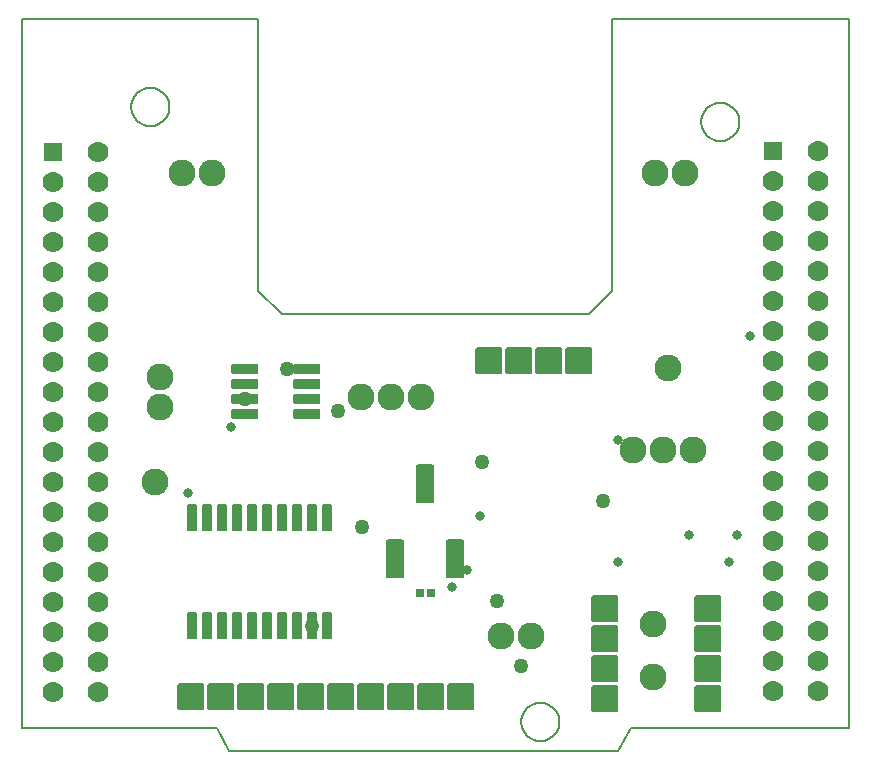
<source format=gbr>
G04 PROTEUS GERBER X2 FILE*
%TF.GenerationSoftware,Labcenter,Proteus,8.12-SP2-Build31155*%
%TF.CreationDate,2024-11-30T19:26:21+00:00*%
%TF.FileFunction,Soldermask,Top*%
%TF.FilePolarity,Negative*%
%TF.Part,Single*%
%TF.SameCoordinates,{e6e8286e-83a0-46e7-8d5c-4e76f455a4ca}*%
%FSLAX45Y45*%
%MOMM*%
G01*
%TA.AperFunction,Material*%
%ADD26C,1.270000*%
%ADD27C,0.812800*%
%AMPPAD020*
4,1,36,
0.762000,-0.635000,
0.762000,0.635000,
0.759470,0.660970,
0.752200,0.684980,
0.740650,0.706580,
0.725290,0.725290,
0.706570,0.740650,
0.684980,0.752200,
0.660970,0.759470,
0.635000,0.762000,
-0.635000,0.762000,
-0.660970,0.759470,
-0.684980,0.752200,
-0.706570,0.740650,
-0.725290,0.725290,
-0.740650,0.706580,
-0.752200,0.684980,
-0.759470,0.660970,
-0.762000,0.635000,
-0.762000,-0.635000,
-0.759470,-0.660970,
-0.752200,-0.684980,
-0.740650,-0.706580,
-0.725290,-0.725290,
-0.706570,-0.740650,
-0.684980,-0.752200,
-0.660970,-0.759470,
-0.635000,-0.762000,
0.635000,-0.762000,
0.660970,-0.759470,
0.684980,-0.752200,
0.706570,-0.740650,
0.725290,-0.725290,
0.740650,-0.706580,
0.752200,-0.684980,
0.759470,-0.660970,
0.762000,-0.635000,
0*%
%TA.AperFunction,Material*%
%ADD28PPAD020*%
%ADD29C,1.778000*%
%AMPPAD022*
4,1,36,
1.016000,-1.143000,
-1.016000,-1.143000,
-1.041970,-1.140470,
-1.065980,-1.133200,
-1.087580,-1.121650,
-1.106290,-1.106290,
-1.121650,-1.087570,
-1.133200,-1.065980,
-1.140470,-1.041970,
-1.143000,-1.016000,
-1.143000,1.016000,
-1.140470,1.041970,
-1.133200,1.065980,
-1.121650,1.087570,
-1.106290,1.106290,
-1.087580,1.121650,
-1.065980,1.133200,
-1.041970,1.140470,
-1.016000,1.143000,
1.016000,1.143000,
1.041970,1.140470,
1.065980,1.133200,
1.087580,1.121650,
1.106290,1.106290,
1.121650,1.087570,
1.133200,1.065980,
1.140470,1.041970,
1.143000,1.016000,
1.143000,-1.016000,
1.140470,-1.041970,
1.133200,-1.065980,
1.121650,-1.087570,
1.106290,-1.106290,
1.087580,-1.121650,
1.065980,-1.133200,
1.041970,-1.140470,
1.016000,-1.143000,
0*%
%TA.AperFunction,Material*%
%ADD72PPAD022*%
%TA.AperFunction,Material*%
%ADD73C,2.286000*%
%AMPPAD024*
4,1,36,
-1.143000,-1.016000,
-1.143000,1.016000,
-1.140470,1.041970,
-1.133200,1.065980,
-1.121650,1.087580,
-1.106290,1.106290,
-1.087570,1.121650,
-1.065980,1.133200,
-1.041970,1.140470,
-1.016000,1.143000,
1.016000,1.143000,
1.041970,1.140470,
1.065980,1.133200,
1.087570,1.121650,
1.106290,1.106290,
1.121650,1.087580,
1.133200,1.065980,
1.140470,1.041970,
1.143000,1.016000,
1.143000,-1.016000,
1.140470,-1.041970,
1.133200,-1.065980,
1.121650,-1.087580,
1.106290,-1.106290,
1.087570,-1.121650,
1.065980,-1.133200,
1.041970,-1.140470,
1.016000,-1.143000,
-1.016000,-1.143000,
-1.041970,-1.140470,
-1.065980,-1.133200,
-1.087570,-1.121650,
-1.106290,-1.106290,
-1.121650,-1.087580,
-1.133200,-1.065980,
-1.140470,-1.041970,
-1.143000,-1.016000,
0*%
%TA.AperFunction,Material*%
%ADD30PPAD024*%
%AMPPAD025*
4,1,36,
-0.635000,1.651000,
0.635000,1.651000,
0.660970,1.648470,
0.684980,1.641200,
0.706580,1.629650,
0.725290,1.614290,
0.740650,1.595570,
0.752200,1.573980,
0.759470,1.549970,
0.762000,1.524000,
0.762000,-1.524000,
0.759470,-1.549970,
0.752200,-1.573980,
0.740650,-1.595570,
0.725290,-1.614290,
0.706580,-1.629650,
0.684980,-1.641200,
0.660970,-1.648470,
0.635000,-1.651000,
-0.635000,-1.651000,
-0.660970,-1.648470,
-0.684980,-1.641200,
-0.706580,-1.629650,
-0.725290,-1.614290,
-0.740650,-1.595570,
-0.752200,-1.573980,
-0.759470,-1.549970,
-0.762000,-1.524000,
-0.762000,1.524000,
-0.759470,1.549970,
-0.752200,1.573980,
-0.740650,1.595570,
-0.725290,1.614290,
-0.706580,1.629650,
-0.684980,1.641200,
-0.660970,1.648470,
-0.635000,1.651000,
0*%
%TA.AperFunction,Material*%
%ADD31PPAD025*%
%AMPPAD026*
4,1,36,
-0.317500,1.143000,
0.317500,1.143000,
0.343470,1.140470,
0.367480,1.133200,
0.389080,1.121650,
0.407790,1.106290,
0.423150,1.087570,
0.434700,1.065980,
0.441970,1.041970,
0.444500,1.016000,
0.444500,-1.016000,
0.441970,-1.041970,
0.434700,-1.065980,
0.423150,-1.087570,
0.407790,-1.106290,
0.389080,-1.121650,
0.367480,-1.133200,
0.343470,-1.140470,
0.317500,-1.143000,
-0.317500,-1.143000,
-0.343470,-1.140470,
-0.367480,-1.133200,
-0.389080,-1.121650,
-0.407790,-1.106290,
-0.423150,-1.087570,
-0.434700,-1.065980,
-0.441970,-1.041970,
-0.444500,-1.016000,
-0.444500,1.016000,
-0.441970,1.041970,
-0.434700,1.065980,
-0.423150,1.087570,
-0.407790,1.106290,
-0.389080,1.121650,
-0.367480,1.133200,
-0.343470,1.140470,
-0.317500,1.143000,
0*%
%TA.AperFunction,Material*%
%ADD32PPAD026*%
%AMPPAD027*
4,1,36,
-1.143000,-0.317500,
-1.143000,0.317500,
-1.140470,0.343470,
-1.133200,0.367480,
-1.121650,0.389080,
-1.106290,0.407790,
-1.087570,0.423150,
-1.065980,0.434700,
-1.041970,0.441970,
-1.016000,0.444500,
1.016000,0.444500,
1.041970,0.441970,
1.065980,0.434700,
1.087570,0.423150,
1.106290,0.407790,
1.121650,0.389080,
1.133200,0.367480,
1.140470,0.343470,
1.143000,0.317500,
1.143000,-0.317500,
1.140470,-0.343470,
1.133200,-0.367480,
1.121650,-0.389080,
1.106290,-0.407790,
1.087570,-0.423150,
1.065980,-0.434700,
1.041970,-0.441970,
1.016000,-0.444500,
-1.016000,-0.444500,
-1.041970,-0.441970,
-1.065980,-0.434700,
-1.087570,-0.423150,
-1.106290,-0.407790,
-1.121650,-0.389080,
-1.133200,-0.367480,
-1.140470,-0.343470,
-1.143000,-0.317500,
0*%
%TA.AperFunction,Material*%
%ADD33PPAD027*%
%AMPPAD028*
4,1,4,
0.304800,0.304800,
0.304800,-0.304800,
-0.304800,-0.304800,
-0.304800,0.304800,
0.304800,0.304800,
0*%
%TA.AperFunction,Material*%
%ADD34PPAD028*%
%TA.AperFunction,Profile*%
%ADD22C,0.203200*%
%TD.AperFunction*%
D26*
X+2674500Y+2682500D03*
X+4915500Y+1920350D03*
X+4229076Y+525366D03*
X+4020000Y+1070000D03*
X+2454500Y+862800D03*
X+3892000Y+2250000D03*
X+2247529Y+3040734D03*
D27*
X+1404500Y+1984000D03*
X+6167000Y+3317500D03*
X+3881000Y+1793500D03*
X+1692500Y+1777200D03*
X+1819500Y+1777200D03*
X+1946500Y+1777200D03*
X+2454500Y+1777200D03*
X+2327500Y+1777200D03*
X+2200499Y+1777200D03*
D26*
X+1889650Y+2786500D03*
X+2880500Y+1700500D03*
D27*
X+3770597Y+1335600D03*
X+5647570Y+1636007D03*
X+6050000Y+1630000D03*
X+5990000Y+1400000D03*
X+5042500Y+1399650D03*
X+3637907Y+1187968D03*
X+1770000Y+2550000D03*
X+5046654Y+2434814D03*
D28*
X+260000Y+4876000D03*
D29*
X+641000Y+4876000D03*
X+260000Y+4622000D03*
X+641000Y+4622000D03*
X+260000Y+4368000D03*
X+641000Y+4368000D03*
X+260000Y+4114000D03*
X+641000Y+4114000D03*
X+260000Y+3860000D03*
X+641000Y+3860000D03*
X+260000Y+3606000D03*
X+641000Y+3606000D03*
X+260000Y+3352000D03*
X+641000Y+3352000D03*
X+260000Y+3098000D03*
X+641000Y+3098000D03*
X+260000Y+2844000D03*
X+641000Y+2844000D03*
X+260000Y+2590000D03*
X+641000Y+2590000D03*
X+260000Y+2336000D03*
X+641000Y+2336000D03*
X+260000Y+2082000D03*
X+641000Y+2082000D03*
X+260000Y+1828000D03*
X+641000Y+1828000D03*
X+260000Y+1574000D03*
X+641000Y+1574000D03*
X+260000Y+1320000D03*
X+641000Y+1320000D03*
X+260000Y+1066000D03*
X+641000Y+1066000D03*
X+260000Y+812000D03*
X+641000Y+812000D03*
X+260000Y+558000D03*
X+641000Y+558000D03*
X+260000Y+304000D03*
X+641000Y+304000D03*
D28*
X+6356000Y+4880000D03*
D29*
X+6737000Y+4880000D03*
X+6356000Y+4626000D03*
X+6737000Y+4626000D03*
X+6356000Y+4372000D03*
X+6737000Y+4372000D03*
X+6356000Y+4118000D03*
X+6737000Y+4118000D03*
X+6356000Y+3864000D03*
X+6737000Y+3864000D03*
X+6356000Y+3610000D03*
X+6737000Y+3610000D03*
X+6356000Y+3356000D03*
X+6737000Y+3356000D03*
X+6356000Y+3102000D03*
X+6737000Y+3102000D03*
X+6356000Y+2848000D03*
X+6737000Y+2848000D03*
X+6356000Y+2594000D03*
X+6737000Y+2594000D03*
X+6356000Y+2340000D03*
X+6737000Y+2340000D03*
X+6356000Y+2086000D03*
X+6737000Y+2086000D03*
X+6356000Y+1832000D03*
X+6737000Y+1832000D03*
X+6356000Y+1578000D03*
X+6737000Y+1578000D03*
X+6356000Y+1324000D03*
X+6737000Y+1324000D03*
X+6356000Y+1070000D03*
X+6737000Y+1070000D03*
X+6356000Y+816000D03*
X+6737000Y+816000D03*
X+6356000Y+562000D03*
X+6737000Y+562000D03*
X+6356000Y+308000D03*
X+6737000Y+308000D03*
D72*
X+3720000Y+260000D03*
X+3466000Y+260000D03*
X+3212000Y+260000D03*
X+2958000Y+260000D03*
X+2704000Y+260000D03*
X+2450000Y+260000D03*
X+2196000Y+260000D03*
X+1942000Y+260000D03*
X+1688000Y+260000D03*
X+1434000Y+260000D03*
D73*
X+1610000Y+4700000D03*
X+1356000Y+4700000D03*
X+2869500Y+2802800D03*
X+3123500Y+2802800D03*
X+3377500Y+2802800D03*
X+1170000Y+2974000D03*
X+1170000Y+2720000D03*
D72*
X+4720500Y+3107200D03*
X+4466500Y+3107200D03*
X+4212500Y+3107200D03*
X+3958500Y+3107200D03*
D73*
X+5176000Y+2350000D03*
X+5430000Y+2350000D03*
X+5684000Y+2350000D03*
D30*
X+5810000Y+242000D03*
X+5810000Y+496000D03*
X+5810000Y+750000D03*
X+5810000Y+1004000D03*
D73*
X+4056000Y+780000D03*
X+4310000Y+780000D03*
D30*
X+4940000Y+240000D03*
X+4940000Y+494000D03*
X+4940000Y+748000D03*
X+4940000Y+1002000D03*
D73*
X+5610000Y+4700000D03*
X+5356000Y+4700000D03*
D31*
X+3156000Y+1425000D03*
X+3664000Y+1425000D03*
X+3410000Y+2060000D03*
D32*
X+2581500Y+1777200D03*
X+2454500Y+1777200D03*
X+2327500Y+1777200D03*
X+2200500Y+1777200D03*
X+2073500Y+1777200D03*
X+1946500Y+1777200D03*
X+1819500Y+1777200D03*
X+1692500Y+1777200D03*
X+1565500Y+1777200D03*
X+1438500Y+1777200D03*
X+1438500Y+862800D03*
X+1565500Y+862800D03*
X+1692500Y+862800D03*
X+1819500Y+862800D03*
X+1946500Y+862800D03*
X+2073500Y+862800D03*
X+2200500Y+862800D03*
X+2327500Y+862800D03*
X+2454500Y+862800D03*
X+2581500Y+862800D03*
D33*
X+1889650Y+3040500D03*
X+1889650Y+2913500D03*
X+1889650Y+2786500D03*
X+1889650Y+2659500D03*
X+2410350Y+2659500D03*
X+2410350Y+2786500D03*
X+2410350Y+2913500D03*
X+2410350Y+3040500D03*
D34*
X+3460000Y+1140000D03*
X+3370000Y+1140000D03*
D73*
X+5340000Y+880000D03*
X+5340000Y+430000D03*
X+5470000Y+3050000D03*
X+1130000Y+2080000D03*
D22*
X+0Y+0D02*
X+1650000Y+0D01*
X+7000000Y+0D02*
X+7000000Y+6000000D01*
X+5000000Y+6000000D01*
X+5000000Y+3700000D01*
X+4800000Y+3500000D01*
X+2200000Y+3500000D01*
X+2000000Y+3700000D02*
X+2000000Y+6000000D01*
X+0Y+6000000D01*
X+0Y+0D01*
X+2000000Y+3700000D02*
X+2200000Y+3500000D01*
X+5160000Y+0D02*
X+7000000Y+0D01*
X+1750000Y-200000D02*
X+5050000Y-200000D01*
X+1650000Y+0D02*
X+1750000Y-200000D01*
X+5160000Y+0D02*
X+5050000Y-200000D01*
X+4550045Y+50000D02*
X+4549508Y+63142D01*
X+4545144Y+89427D01*
X+4536029Y+115712D01*
X+4521182Y+141997D01*
X+4498470Y+168118D01*
X+4472185Y+187898D01*
X+4445900Y+200658D01*
X+4419615Y+208108D01*
X+4393330Y+210987D01*
X+4389000Y+211045D01*
X+4227955Y+50000D02*
X+4228492Y+63142D01*
X+4232856Y+89427D01*
X+4241971Y+115712D01*
X+4256818Y+141997D01*
X+4279530Y+168118D01*
X+4305815Y+187898D01*
X+4332100Y+200658D01*
X+4358385Y+208108D01*
X+4384670Y+210987D01*
X+4389000Y+211045D01*
X+4227955Y+50000D02*
X+4228492Y+36858D01*
X+4232856Y+10573D01*
X+4241971Y-15712D01*
X+4256818Y-41997D01*
X+4279530Y-68118D01*
X+4305815Y-87898D01*
X+4332100Y-100658D01*
X+4358385Y-108108D01*
X+4384670Y-110987D01*
X+4389000Y-111045D01*
X+4550045Y+50000D02*
X+4549508Y+36858D01*
X+4545144Y+10573D01*
X+4536029Y-15712D01*
X+4521182Y-41997D01*
X+4498470Y-68118D01*
X+4472185Y-87898D01*
X+4445900Y-100658D01*
X+4419615Y-108108D01*
X+4393330Y-110987D01*
X+4389000Y-111045D01*
X+6074045Y+5130000D02*
X+6073508Y+5143142D01*
X+6069144Y+5169427D01*
X+6060029Y+5195712D01*
X+6045182Y+5221997D01*
X+6022470Y+5248118D01*
X+5996185Y+5267898D01*
X+5969900Y+5280658D01*
X+5943615Y+5288108D01*
X+5917330Y+5290987D01*
X+5913000Y+5291045D01*
X+5751955Y+5130000D02*
X+5752492Y+5143142D01*
X+5756856Y+5169427D01*
X+5765971Y+5195712D01*
X+5780818Y+5221997D01*
X+5803530Y+5248118D01*
X+5829815Y+5267898D01*
X+5856100Y+5280658D01*
X+5882385Y+5288108D01*
X+5908670Y+5290987D01*
X+5913000Y+5291045D01*
X+5751955Y+5130000D02*
X+5752492Y+5116858D01*
X+5756856Y+5090573D01*
X+5765971Y+5064288D01*
X+5780818Y+5038003D01*
X+5803530Y+5011882D01*
X+5829815Y+4992102D01*
X+5856100Y+4979342D01*
X+5882385Y+4971892D01*
X+5908670Y+4969013D01*
X+5913000Y+4968955D01*
X+6074045Y+5130000D02*
X+6073508Y+5116858D01*
X+6069144Y+5090573D01*
X+6060029Y+5064288D01*
X+6045182Y+5038003D01*
X+6022470Y+5011882D01*
X+5996185Y+4992102D01*
X+5969900Y+4979342D01*
X+5943615Y+4971892D01*
X+5917330Y+4969013D01*
X+5913000Y+4968955D01*
X+1248045Y+5257000D02*
X+1247508Y+5270142D01*
X+1243144Y+5296427D01*
X+1234029Y+5322712D01*
X+1219182Y+5348997D01*
X+1196470Y+5375118D01*
X+1170185Y+5394898D01*
X+1143900Y+5407658D01*
X+1117615Y+5415108D01*
X+1091330Y+5417987D01*
X+1087000Y+5418045D01*
X+925955Y+5257000D02*
X+926492Y+5270142D01*
X+930856Y+5296427D01*
X+939971Y+5322712D01*
X+954818Y+5348997D01*
X+977530Y+5375118D01*
X+1003815Y+5394898D01*
X+1030100Y+5407658D01*
X+1056385Y+5415108D01*
X+1082670Y+5417987D01*
X+1087000Y+5418045D01*
X+925955Y+5257000D02*
X+926492Y+5243858D01*
X+930856Y+5217573D01*
X+939971Y+5191288D01*
X+954818Y+5165003D01*
X+977530Y+5138882D01*
X+1003815Y+5119102D01*
X+1030100Y+5106342D01*
X+1056385Y+5098892D01*
X+1082670Y+5096013D01*
X+1087000Y+5095955D01*
X+1248045Y+5257000D02*
X+1247508Y+5243858D01*
X+1243144Y+5217573D01*
X+1234029Y+5191288D01*
X+1219182Y+5165003D01*
X+1196470Y+5138882D01*
X+1170185Y+5119102D01*
X+1143900Y+5106342D01*
X+1117615Y+5098892D01*
X+1091330Y+5096013D01*
X+1087000Y+5095955D01*
M02*

</source>
